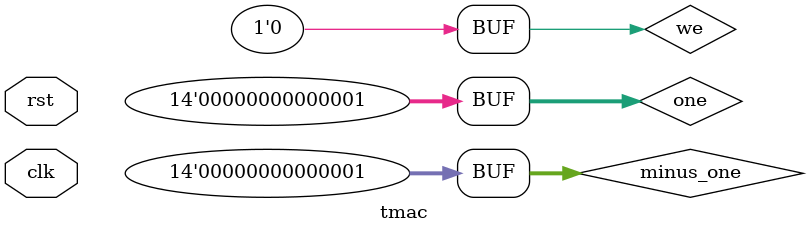
<source format=v>
`include "memory.v"
`include "ram.v"
`include "register.v"
`include "adder.v"
`include "modules/mux.v"

module tmac #(
    parameter DATA_WIDTH = 32,
    parameter MEM_SIZE = 14,
    parameter INPT_MEM_SIZE = 14
) (
    input clk,
    input rst
);
    // reg clk = 1'b1;                                             // clock
    wire [DATA_WIDTH/2-1:0] inst;                               // instruction or Turing tuple
    wire sym;                                                   // symbol (0 or 1)
    wire new_sym;                                               // a symbol to be written (0 or 1)
    reg we = 0;                                                 // Write Enable
    reg [MEM_SIZE-1:0] one = 1, minus_one = 14'b1;
    wire flag_of;                                               // over-flow bit: unused
    wire [MEM_SIZE-1:0] inst_addr, inpt_addr;
    wire [MEM_SIZE-1:0] next_inpt_addr, mux_out;

    // always #5 clk = !clk;
    // always @(*) begin
    //     not(clk, clk);   #5;
    // end

    memory #(DATA_WIDTH, MEM_SIZE) inst_mem({ inst_addr, sym }, 32'b0, clk, we, inst);
    ram #(1, INPT_MEM_SIZE) inpt_mem(inpt_addr, inst[14], clk, we, sym);
    register sreg(inst[DATA_WIDTH/2-1:DATA_WIDTH/2-MEM_SIZE], clk, rst, inst_addr);
    register preg(next_inpt_addr, clk, rst, inpt_addr);
    adder tape_shifter(mux_out, inpt_addr, 1'b0, next_inpt_addr, flag_of);
    mux selector(one, minus_one, inst[0], mux_out);
endmodule
</source>
